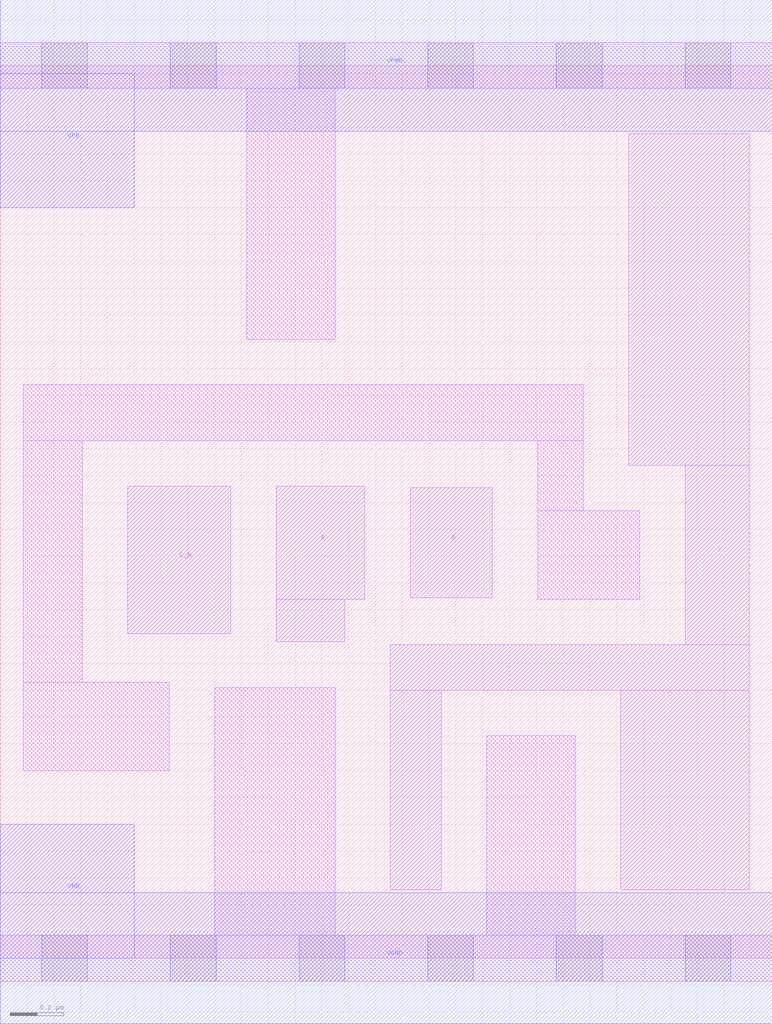
<source format=lef>
# Copyright 2020 The SkyWater PDK Authors
#
# Licensed under the Apache License, Version 2.0 (the "License");
# you may not use this file except in compliance with the License.
# You may obtain a copy of the License at
#
#     https://www.apache.org/licenses/LICENSE-2.0
#
# Unless required by applicable law or agreed to in writing, software
# distributed under the License is distributed on an "AS IS" BASIS,
# WITHOUT WARRANTIES OR CONDITIONS OF ANY KIND, either express or implied.
# See the License for the specific language governing permissions and
# limitations under the License.
#
# SPDX-License-Identifier: Apache-2.0

VERSION 5.5 ;
NAMESCASESENSITIVE ON ;
BUSBITCHARS "[]" ;
DIVIDERCHAR "/" ;
MACRO sky130_fd_sc_lp__nor3b_1
  CLASS CORE ;
  SOURCE USER ;
  ORIGIN  0.000000  0.000000 ;
  SIZE  2.880000 BY  3.330000 ;
  SYMMETRY X Y R90 ;
  SITE unit ;
  PIN A
    ANTENNAGATEAREA  0.315000 ;
    DIRECTION INPUT ;
    USE SIGNAL ;
    PORT
      LAYER li1 ;
        RECT 1.030000 1.180000 1.285000 1.340000 ;
        RECT 1.030000 1.340000 1.360000 1.760000 ;
    END
  END A
  PIN B
    ANTENNAGATEAREA  0.315000 ;
    DIRECTION INPUT ;
    USE SIGNAL ;
    PORT
      LAYER li1 ;
        RECT 1.530000 1.345000 1.835000 1.755000 ;
    END
  END B
  PIN C_N
    ANTENNAGATEAREA  0.126000 ;
    DIRECTION INPUT ;
    USE SIGNAL ;
    PORT
      LAYER li1 ;
        RECT 0.475000 1.210000 0.860000 1.760000 ;
    END
  END C_N
  PIN Y
    ANTENNADIFFAREA  0.840000 ;
    DIRECTION OUTPUT ;
    USE SIGNAL ;
    PORT
      LAYER li1 ;
        RECT 1.455000 0.255000 1.645000 1.000000 ;
        RECT 1.455000 1.000000 2.795000 1.170000 ;
        RECT 2.315000 0.255000 2.795000 1.000000 ;
        RECT 2.345000 1.840000 2.795000 3.075000 ;
        RECT 2.555000 1.170000 2.795000 1.840000 ;
    END
  END Y
  PIN VGND
    DIRECTION INOUT ;
    USE GROUND ;
    PORT
      LAYER met1 ;
        RECT 0.000000 -0.245000 2.880000 0.245000 ;
    END
  END VGND
  PIN VNB
    DIRECTION INOUT ;
    USE GROUND ;
    PORT
      LAYER met1 ;
        RECT 0.000000 0.000000 0.500000 0.500000 ;
    END
  END VNB
  PIN VPB
    DIRECTION INOUT ;
    USE POWER ;
    PORT
      LAYER met1 ;
        RECT 0.000000 2.800000 0.500000 3.300000 ;
    END
  END VPB
  PIN VPWR
    DIRECTION INOUT ;
    USE POWER ;
    PORT
      LAYER met1 ;
        RECT 0.000000 3.085000 2.880000 3.575000 ;
    END
  END VPWR
  OBS
    LAYER li1 ;
      RECT 0.000000 -0.085000 2.880000 0.085000 ;
      RECT 0.000000  3.245000 2.880000 3.415000 ;
      RECT 0.085000  0.700000 0.630000 1.030000 ;
      RECT 0.085000  1.030000 0.305000 1.930000 ;
      RECT 0.085000  1.930000 2.175000 2.140000 ;
      RECT 0.800000  0.085000 1.250000 1.010000 ;
      RECT 0.920000  2.310000 1.250000 3.245000 ;
      RECT 1.815000  0.085000 2.145000 0.830000 ;
      RECT 2.005000  1.340000 2.385000 1.670000 ;
      RECT 2.005000  1.670000 2.175000 1.930000 ;
    LAYER mcon ;
      RECT 0.155000 -0.085000 0.325000 0.085000 ;
      RECT 0.155000  3.245000 0.325000 3.415000 ;
      RECT 0.635000 -0.085000 0.805000 0.085000 ;
      RECT 0.635000  3.245000 0.805000 3.415000 ;
      RECT 1.115000 -0.085000 1.285000 0.085000 ;
      RECT 1.115000  3.245000 1.285000 3.415000 ;
      RECT 1.595000 -0.085000 1.765000 0.085000 ;
      RECT 1.595000  3.245000 1.765000 3.415000 ;
      RECT 2.075000 -0.085000 2.245000 0.085000 ;
      RECT 2.075000  3.245000 2.245000 3.415000 ;
      RECT 2.555000 -0.085000 2.725000 0.085000 ;
      RECT 2.555000  3.245000 2.725000 3.415000 ;
  END
END sky130_fd_sc_lp__nor3b_1

</source>
